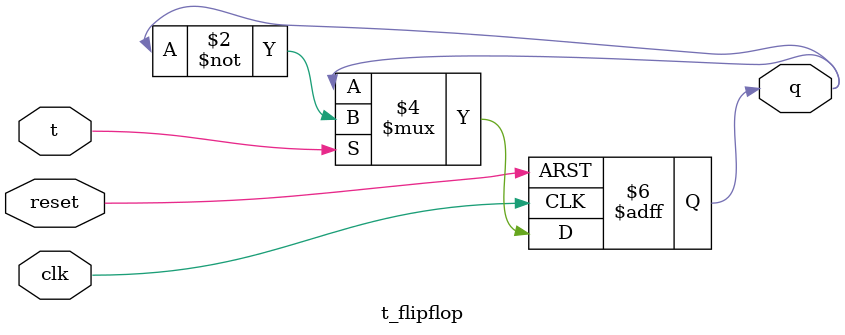
<source format=v>
module t_flipflop(
	input clk,
	input reset,
	input t,
	output reg q
);

always@(posedge clk or posedge reset) begin
	if (reset)
		q <= 0;
	else if (t)
		q <= ~q;
	else
		q <= q;

end

endmodule

</source>
